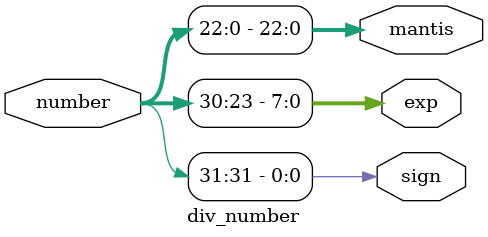
<source format=v>
module div_number (number, sign, exp, mantis);

input [31:0] number;
output sign;
output [7:0] exp;
output [22:0] mantis;

assign {sign, exp, mantis} = number;

endmodule

</source>
